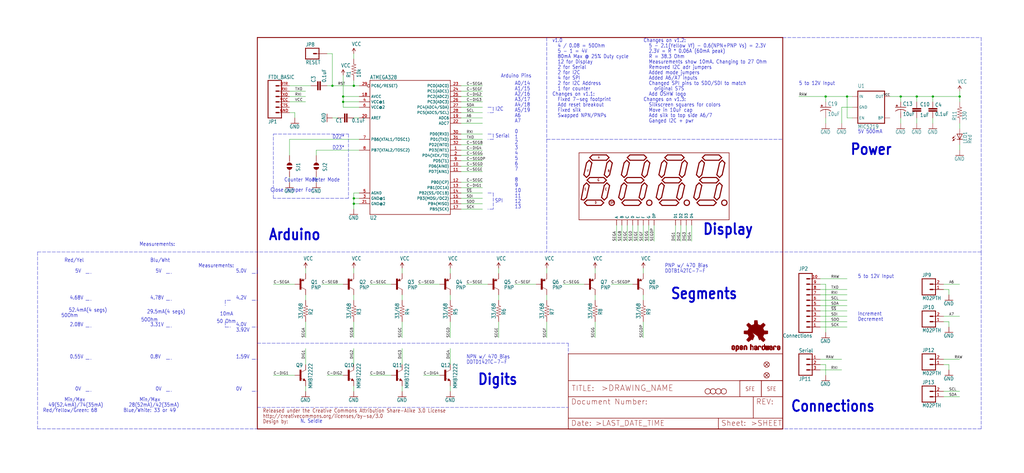
<source format=kicad_sch>
(kicad_sch (version 20211123) (generator eeschema)
  (paper "User" 485.14 224.18)
  (lib_symbols
    (symbol "eagleSchem-eagle-import:3.3V" (power)
      (property "Value" "3.3V" (at -1.016 3.556 0))
      (symbol "3.3V_1_0"
        (pin power_in line (at 0 0 90) (length 2.54) (name "3.3V") (number "1"))
      )
    )
    (symbol "eagleSchem-eagle-import:7-SEGMENT-4DIGIT-COUNTERPTH"
      (symbol "7-SEGMENT-4DIGIT-COUNTERPTH_1_0"
        (text "A" (at -26.654 13.732 0) (effects (font (size 1.016 0.8636) (thickness 0.1727) bold) (justify left bottom)))
        (text "B" (at -22.082 7.382 0) (effects (font (size 1.016 0.8636) (thickness 0.1727) bold) (justify left bottom)))
        (text "C" (at -23.352 -1.318 0) (effects (font (size 1.016 0.8636) (thickness 0.1727) bold) (justify left bottom)))
        (text "D" (at -28.194 -7.668 0) (effects (font (size 1.016 0.8636) (thickness 0.1727) bold) (justify left bottom)))
        (text "DP" (at -20.812 -7.668 0) (effects (font (size 1.016 0.8636) (thickness 0.1727) bold) (justify left bottom)))
        (text "E" (at -33.02 -1.318 0) (effects (font (size 1.016 0.8636) (thickness 0.1727) bold) (justify left bottom)))
        (text "F" (at -31.75 7.382 0) (effects (font (size 1.016 0.8636) (thickness 0.1727) bold) (justify left bottom)))
        (text "G" (at -26.924 3.032 0) (effects (font (size 1.016 0.8636) (thickness 0.1727) bold) (justify left bottom)))
        (pin bidirectional line (at -7.62 -17.78 90) (length 2.54) (name "E") (number "1"))
        (pin bidirectional line (at -5.08 -17.78 90) (length 2.54) (name "F") (number "10"))
        (pin bidirectional line (at -17.78 -17.78 90) (length 2.54) (name "A") (number "11"))
        (pin bidirectional line (at 10.16 -17.78 90) (length 2.54) (name "D1") (number "12"))
        (pin bidirectional line (at -10.16 -17.78 90) (length 2.54) (name "D") (number "2"))
        (pin bidirectional line (at 0 -17.78 90) (length 2.54) (name "DP") (number "3"))
        (pin bidirectional line (at -12.7 -17.78 90) (length 2.54) (name "C") (number "4"))
        (pin bidirectional line (at -2.54 -17.78 90) (length 2.54) (name "G") (number "5"))
        (pin bidirectional line (at 17.78 -17.78 90) (length 2.54) (name "D4") (number "6"))
        (pin bidirectional line (at -15.24 -17.78 90) (length 2.54) (name "B") (number "7"))
        (pin bidirectional line (at 15.24 -17.78 90) (length 2.54) (name "D3") (number "8"))
        (pin bidirectional line (at 12.7 -17.78 90) (length 2.54) (name "D2") (number "9"))
      )
    )
    (symbol "eagleSchem-eagle-import:ATMEGA168"
      (property "Reference" "U" (at -17.78 -38.1 0))
      (property "Value" "ATMEGA168" (at -17.78 28.448 0))
      (symbol "ATMEGA168_1_0"
        (pin bidirectional line (at 25.4 -5.08 180) (length 5.08) (name "PD3(INT1)") (number "1"))
        (pin bidirectional line (at 25.4 -12.7 180) (length 5.08) (name "PD6(AIN0)") (number "10"))
        (pin bidirectional line (at 25.4 -15.24 180) (length 5.08) (name "PD7(AIN1)") (number "11"))
        (pin bidirectional line (at 25.4 -20.32 180) (length 5.08) (name "PB0(ICP)") (number "12"))
        (pin bidirectional line (at 25.4 -22.86 180) (length 5.08) (name "PB1(OC1A)") (number "13"))
        (pin bidirectional line (at 25.4 -25.4 180) (length 5.08) (name "PB2(SS/OC1B)") (number "14"))
        (pin bidirectional line (at 25.4 -27.94 180) (length 5.08) (name "PB3(MOSI/OC2)") (number "15"))
        (pin bidirectional line (at 25.4 -30.48 180) (length 5.08) (name "PB4(MISO)") (number "16"))
        (pin bidirectional line (at 25.4 -33.02 180) (length 5.08) (name "PB5(SCK)") (number "17"))
        (pin bidirectional line (at -22.86 20.32 0) (length 5.08) (name "AVCC") (number "18"))
        (pin bidirectional line (at 25.4 10.16 180) (length 5.08) (name "ADC6") (number "19"))
        (pin bidirectional line (at 25.4 -7.62 180) (length 5.08) (name "PD4(XCK/T0)") (number "2"))
        (pin bidirectional line (at -22.86 10.16 0) (length 5.08) (name "AREF") (number "20"))
        (pin bidirectional line (at -22.86 -30.48 0) (length 5.08) (name "GND@2") (number "21"))
        (pin bidirectional line (at 25.4 7.62 180) (length 5.08) (name "ADC7") (number "22"))
        (pin bidirectional line (at 25.4 25.4 180) (length 5.08) (name "PC0(ADC0)") (number "23"))
        (pin bidirectional line (at 25.4 22.86 180) (length 5.08) (name "PC1(ADC1)") (number "24"))
        (pin bidirectional line (at 25.4 20.32 180) (length 5.08) (name "PC2(ADC2)") (number "25"))
        (pin bidirectional line (at 25.4 17.78 180) (length 5.08) (name "PC3(ADC3)") (number "26"))
        (pin bidirectional line (at 25.4 15.24 180) (length 5.08) (name "PC4(ADC4/SDA)") (number "27"))
        (pin bidirectional line (at 25.4 12.7 180) (length 5.08) (name "PC5(ADC5/SCL)") (number "28"))
        (pin bidirectional inverted (at -22.86 25.4 0) (length 5.08) (name "PC6(/RESET)") (number "29"))
        (pin bidirectional line (at -22.86 -27.94 0) (length 5.08) (name "GND@1") (number "3"))
        (pin bidirectional line (at 25.4 2.54 180) (length 5.08) (name "PD0(RXD)") (number "30"))
        (pin bidirectional line (at 25.4 0 180) (length 5.08) (name "PD1(TXD)") (number "31"))
        (pin bidirectional line (at 25.4 -2.54 180) (length 5.08) (name "PD2(INT0)") (number "32"))
        (pin bidirectional line (at -22.86 17.78 0) (length 5.08) (name "VCC@1") (number "4"))
        (pin bidirectional line (at -22.86 -25.4 0) (length 5.08) (name "AGND") (number "5"))
        (pin bidirectional line (at -22.86 15.24 0) (length 5.08) (name "VCC@2") (number "6"))
        (pin bidirectional line (at -22.86 0 0) (length 5.08) (name "PB6(XTAL1/TOSC1)") (number "7"))
        (pin bidirectional line (at -22.86 -5.08 0) (length 5.08) (name "PB7(XTAL2/TOSC2)") (number "8"))
        (pin bidirectional line (at 25.4 -10.16 180) (length 5.08) (name "PD5(T1)") (number "9"))
      )
    )
    (symbol "eagleSchem-eagle-import:CAP0402-CAP"
      (property "Reference" "C" (at 1.524 2.921 0))
      (property "Value" "CAP0402-CAP" (at 1.524 -2.159 0))
      (symbol "CAP0402-CAP_1_0"
        (pin passive line (at 0 5.08 270) (length 2.54) (name "1") (number "1"))
        (pin passive line (at 0 -2.54 90) (length 2.54) (name "2") (number "2"))
      )
    )
    (symbol "eagleSchem-eagle-import:CAP_POL1206"
      (property "Reference" "C" (at 1.016 0.635 0))
      (property "Value" "CAP_POL1206" (at 1.016 -4.191 0))
      (symbol "CAP_POL1206_1_0"
        (pin passive line (at 0 2.54 270) (length 2.54) (name "+") (number "A"))
        (pin passive line (at 0 -5.08 90) (length 2.54) (name "-") (number "C"))
      )
    )
    (symbol "eagleSchem-eagle-import:CREATIVE_COMMONS"
      (symbol "CREATIVE_COMMONS_1_0"
        (text "Design by:" (at 0 0 0) (effects (font (size 1.778 1.5113)) (justify left bottom)))
        (text "http://creativecommons.org/licenses/by-sa/3.0" (at 0 2.54 0) (effects (font (size 1.778 1.5113)) (justify left bottom)))
        (text "Released under the Creative Commons Attribution Share-Alike 3.0 License" (at 0 5.08 0) (effects (font (size 1.778 1.5113)) (justify left bottom)))
      )
    )
    (symbol "eagleSchem-eagle-import:FIDUCIALUFIDUCIAL")
    (symbol "eagleSchem-eagle-import:FRAME-LETTER"
      (symbol "FRAME-LETTER_2_0"
        (text ">DRAWING_NAME" (at 15.494 17.78 0) (effects (font (size 2.7432 2.7432)) (justify left bottom)))
        (text ">LAST_DATE_TIME" (at 12.7 1.27 0) (effects (font (size 2.54 2.54)) (justify left bottom)))
        (text ">SHEET" (at 86.36 1.27 0) (effects (font (size 2.54 2.54)) (justify left bottom)))
        (text "Date:" (at 1.27 1.27 0) (effects (font (size 2.54 2.54)) (justify left bottom)))
        (text "Document Number:" (at 1.27 11.43 0) (effects (font (size 2.54 2.54)) (justify left bottom)))
        (text "REV:" (at 88.9 11.43 0) (effects (font (size 2.54 2.54)) (justify left bottom)))
        (text "Sheet:" (at 72.39 1.27 0) (effects (font (size 2.54 2.54)) (justify left bottom)))
        (text "TITLE:" (at 1.524 17.78 0) (effects (font (size 2.54 2.54)) (justify left bottom)))
      )
    )
    (symbol "eagleSchem-eagle-import:FTDI_BASICPTH"
      (property "Reference" "JP" (at -5.08 10.922 0))
      (property "Value" "FTDI_BASICPTH" (at -5.08 -10.16 0))
      (symbol "FTDI_BASICPTH_1_0"
        (pin passive line (at 5.08 5.08 180) (length 5.08) (name "5") (number "CTS"))
        (pin passive line (at 5.08 -5.08 180) (length 5.08) (name "1") (number "DTR"))
        (pin passive line (at 5.08 7.62 180) (length 5.08) (name "6") (number "GND"))
        (pin passive line (at 5.08 -2.54 180) (length 5.08) (name "2") (number "RXI"))
        (pin passive line (at 5.08 0 180) (length 5.08) (name "3") (number "TXO"))
        (pin passive line (at 5.08 2.54 180) (length 5.08) (name "4") (number "VCC"))
      )
    )
    (symbol "eagleSchem-eagle-import:GND" (power)
      (property "Value" "GND" (at -2.54 -2.54 0))
      (symbol "GND_1_0"
        (pin power_in line (at 0 2.54 270) (length 2.54) (name "GND") (number "1"))
      )
    )
    (symbol "eagleSchem-eagle-import:LED0603"
      (property "Reference" "LED" (at 3.556 -4.572 90))
      (property "Value" "LED0603" (at 5.715 -4.572 90))
      (symbol "LED0603_1_0"
        (pin passive line (at 0 2.54 270) (length 2.54) (name "A") (number "A"))
        (pin passive line (at 0 -5.08 90) (length 2.54) (name "C") (number "C"))
      )
    )
    (symbol "eagleSchem-eagle-import:LOGO-SFENW2"
      (symbol "LOGO-SFENW2_1_0"
        (text "SFE" (at 0 0 0) (effects (font (size 1.9304 1.6408)) (justify left bottom)))
      )
    )
    (symbol "eagleSchem-eagle-import:LOGO-SFESK"
      (symbol "LOGO-SFESK_1_0"
        (text "SFE" (at 0 0 0) (effects (font (size 1.9304 1.6408)) (justify left bottom)))
      )
    )
    (symbol "eagleSchem-eagle-import:M01PTH"
      (property "Reference" "JP" (at -2.54 3.302 0))
      (property "Value" "M01PTH" (at -2.54 -5.08 0))
      (symbol "M01PTH_1_0"
        (pin passive line (at 7.62 0 180) (length 5.08) (name "1") (number "1"))
      )
    )
    (symbol "eagleSchem-eagle-import:M02PTH"
      (property "Reference" "JP" (at -2.54 5.842 0))
      (property "Value" "M02PTH" (at -2.54 -5.08 0))
      (symbol "M02PTH_1_0"
        (pin passive line (at 7.62 0 180) (length 5.08) (name "1") (number "1"))
        (pin passive line (at 7.62 2.54 180) (length 5.08) (name "2") (number "2"))
      )
    )
    (symbol "eagleSchem-eagle-import:M03JST-PTH"
      (property "Reference" "JP" (at -2.54 5.842 0))
      (property "Value" "M03JST-PTH" (at -2.54 -7.62 0))
      (symbol "M03JST-PTH_1_0"
        (pin passive line (at 7.62 -2.54 180) (length 5.08) (name "1") (number "1"))
        (pin passive line (at 7.62 0 180) (length 5.08) (name "2") (number "2"))
        (pin passive line (at 7.62 2.54 180) (length 5.08) (name "3") (number "3"))
      )
    )
    (symbol "eagleSchem-eagle-import:M10{dblquote}"
      (property "Reference" "JP" (at 0 8.89 0))
      (property "Value" "M10{dblquote}" (at 0 -22.86 0))
      (symbol "M10{dblquote}_1_0"
        (pin passive line (at 10.16 -17.78 180) (length 5.08) (name "1") (number "1"))
        (pin passive line (at 10.16 5.08 180) (length 5.08) (name "10") (number "10"))
        (pin passive line (at 10.16 -15.24 180) (length 5.08) (name "2") (number "2"))
        (pin passive line (at 10.16 -12.7 180) (length 5.08) (name "3") (number "3"))
        (pin passive line (at 10.16 -10.16 180) (length 5.08) (name "4") (number "4"))
        (pin passive line (at 10.16 -7.62 180) (length 5.08) (name "5") (number "5"))
        (pin passive line (at 10.16 -5.08 180) (length 5.08) (name "6") (number "6"))
        (pin passive line (at 10.16 -2.54 180) (length 5.08) (name "7") (number "7"))
        (pin passive line (at 10.16 0 180) (length 5.08) (name "8") (number "8"))
        (pin passive line (at 10.16 2.54 180) (length 5.08) (name "9") (number "9"))
      )
    )
    (symbol "eagleSchem-eagle-import:OSHW-LOGOS")
    (symbol "eagleSchem-eagle-import:RESISTOR0402-RES"
      (property "Reference" "R" (at -3.81 1.4986 0))
      (property "Value" "RESISTOR0402-RES" (at -3.81 -3.302 0))
      (symbol "RESISTOR0402-RES_1_0"
        (pin passive line (at -5.08 0 0) (length 2.54) (name "1") (number "1"))
        (pin passive line (at 5.08 0 180) (length 2.54) (name "2") (number "2"))
      )
    )
    (symbol "eagleSchem-eagle-import:SOLDERJUMPERNO"
      (property "Reference" "SJ" (at -2.54 2.54 0))
      (property "Value" "SOLDERJUMPERNO" (at -2.54 -5.08 0))
      (symbol "SOLDERJUMPERNO_1_0"
        (pin passive line (at -5.08 0 0) (length 2.54) (name "1") (number "1"))
        (pin passive line (at 5.08 0 180) (length 2.54) (name "2") (number "2"))
      )
    )
    (symbol "eagleSchem-eagle-import:STAND-OFF")
    (symbol "eagleSchem-eagle-import:TRANSISTOR_NPNSOT23-3"
      (property "Reference" "Q" (at 5.08 0 0))
      (property "Value" "TRANSISTOR_NPNSOT23-3" (at 5.08 -2.54 0))
      (symbol "TRANSISTOR_NPNSOT23-3_1_0"
        (pin passive line (at -2.54 0 0) (length 2.54) (name "B") (number "1"))
        (pin passive line (at 2.54 -5.08 90) (length 2.54) (name "E") (number "2"))
        (pin passive line (at 2.54 5.08 270) (length 2.54) (name "C") (number "3"))
      )
    )
    (symbol "eagleSchem-eagle-import:TRANSISTOR_PNPSMD"
      (property "Reference" "Q" (at 5.08 0 0))
      (property "Value" "TRANSISTOR_PNPSMD" (at 5.08 -2.54 0))
      (symbol "TRANSISTOR_PNPSMD_1_0"
        (pin passive line (at -2.54 0 0) (length 2.54) (name "B") (number "1"))
        (pin passive line (at 2.54 5.08 270) (length 2.54) (name "E") (number "2"))
        (pin passive line (at 2.54 -5.08 90) (length 2.54) (name "C") (number "3"))
      )
    )
    (symbol "eagleSchem-eagle-import:VCC" (power)
      (property "Value" "VCC" (at -1.016 3.556 0))
      (symbol "VCC_1_0"
        (pin power_in line (at 0 0 90) (length 2.54) (name "VCC") (number "1"))
      )
    )
    (symbol "eagleSchem-eagle-import:V_REG_LDOSMD"
      (property "Reference" "U" (at -7.62 9.144 0))
      (property "Value" "V_REG_LDOSMD" (at -7.62 -11.43 0))
      (symbol "V_REG_LDOSMD_1_0"
        (pin input line (at -10.16 5.08 0) (length 2.54) (name "IN") (number "1"))
        (pin input line (at -10.16 0 0) (length 2.54) (name "GND") (number "2"))
        (pin input line (at -10.16 -5.08 0) (length 2.54) (name "EN") (number "3"))
        (pin input line (at 7.62 -5.08 180) (length 2.54) (name "BP") (number "4"))
        (pin passive line (at 7.62 5.08 180) (length 2.54) (name "OUT") (number "5"))
      )
    )
  )
  (junction (at 162.56 48.26))
  (junction (at 167.64 96.52))
  (junction (at 391.16 45.72))
  (junction (at 167.64 40.64))
  (junction (at 157.48 40.64))
  (junction (at 167.64 93.98))
  (junction (at 441.96 45.72))
  (junction (at 401.32 45.72))
  (junction (at 162.56 45.72))
  (junction (at 434.34 45.72))
  (junction (at 454.66 45.72))
  (junction (at 426.72 45.72))
  (wire (pts (xy 154.94 40.64) (xy 157.48 40.64)))
  (wire (pts (xy 388.62 132.08) (xy 401.32 132.08)))
  (wire (pts (xy 327.66 106.68) (xy 327.66 114.3)))
  (wire (pts (xy 218.44 93.98) (xy 228.6 93.98)))
  (wire (pts (xy 236.22 127) (xy 236.22 129.54)))
  (wire (pts (xy 218.44 43.18) (xy 228.6 43.18)))
  (wire (pts (xy 254 134.62) (xy 243.84 134.62)))
  (wire (pts (xy 299.72 134.62) (xy 289.56 134.62)))
  (wire (pts (xy 218.44 91.44) (xy 228.6 91.44)))
  (polyline (pts (xy 40.64 185.42) (xy 43.18 185.42)))
  (polyline (pts (xy 106.68 152.4) (xy 106.68 154.94)))
  (wire (pts (xy 388.62 139.7) (xy 401.32 139.7)))
  (polyline (pts (xy 233.68 50.8) (xy 233.68 53.34)))
  (polyline (pts (xy 165.1 63.5) (xy 165.1 93.98)))
  (wire (pts (xy 304.8 139.7) (xy 304.8 142.24)))
  (wire (pts (xy 434.34 58.42) (xy 434.34 55.88)))
  (wire (pts (xy 162.56 177.8) (xy 154.94 177.8)))
  (wire (pts (xy 157.48 55.88) (xy 160.02 55.88)))
  (wire (pts (xy 388.62 172.72) (xy 391.16 172.72)))
  (wire (pts (xy 299.72 106.68) (xy 299.72 114.3)))
  (polyline (pts (xy 129.54 93.98) (xy 129.54 63.5)))
  (wire (pts (xy 447.04 149.86) (xy 454.66 149.86)))
  (wire (pts (xy 391.16 172.72) (xy 391.16 177.8)))
  (wire (pts (xy 322.58 106.68) (xy 322.58 114.3)))
  (wire (pts (xy 281.94 152.4) (xy 281.94 160.02)))
  (wire (pts (xy 259.08 127) (xy 259.08 129.54)))
  (polyline (pts (xy 40.64 142.24) (xy 43.18 142.24)))
  (wire (pts (xy 157.48 25.4) (xy 154.94 25.4)))
  (wire (pts (xy 208.28 177.8) (xy 200.66 177.8)))
  (wire (pts (xy 391.16 48.26) (xy 391.16 45.72)))
  (wire (pts (xy 157.48 40.64) (xy 157.48 25.4)))
  (wire (pts (xy 157.48 40.64) (xy 167.64 40.64)))
  (wire (pts (xy 304.8 106.68) (xy 304.8 114.3)))
  (wire (pts (xy 218.44 66.04) (xy 228.6 66.04)))
  (wire (pts (xy 304.8 152.4) (xy 304.8 160.02)))
  (wire (pts (xy 213.36 127) (xy 213.36 129.54)))
  (wire (pts (xy 218.44 99.06) (xy 228.6 99.06)))
  (wire (pts (xy 434.34 45.72) (xy 434.34 48.26)))
  (wire (pts (xy 170.18 71.12) (xy 149.86 71.12)))
  (wire (pts (xy 213.36 185.42) (xy 213.36 182.88)))
  (wire (pts (xy 388.62 175.26) (xy 398.78 175.26)))
  (wire (pts (xy 391.16 58.42) (xy 391.16 55.88)))
  (polyline (pts (xy 17.78 119.38) (xy 259.08 119.38)))
  (polyline (pts (xy 464.82 17.78) (xy 464.82 119.38)))
  (wire (pts (xy 218.44 40.64) (xy 228.6 40.64)))
  (wire (pts (xy 167.64 55.88) (xy 170.18 55.88)))
  (wire (pts (xy 454.66 45.72) (xy 454.66 48.26)))
  (polyline (pts (xy 17.78 203.2) (xy 121.92 203.2)))
  (wire (pts (xy 434.34 45.72) (xy 441.96 45.72)))
  (wire (pts (xy 170.18 91.44) (xy 167.64 91.44)))
  (wire (pts (xy 144.78 185.42) (xy 144.78 182.88)))
  (wire (pts (xy 236.22 152.4) (xy 236.22 160.02)))
  (wire (pts (xy 167.64 127) (xy 167.64 129.54)))
  (wire (pts (xy 190.5 185.42) (xy 190.5 182.88)))
  (wire (pts (xy 388.62 134.62) (xy 391.16 134.62)))
  (polyline (pts (xy 233.68 66.04) (xy 231.14 66.04)))
  (polyline (pts (xy 233.68 53.34) (xy 231.14 53.34)))
  (wire (pts (xy 137.16 86.36) (xy 137.16 83.82)))
  (wire (pts (xy 401.32 45.72) (xy 403.86 45.72)))
  (wire (pts (xy 170.18 66.04) (xy 137.16 66.04)))
  (polyline (pts (xy 106.68 154.94) (xy 109.22 154.94)))
  (wire (pts (xy 391.16 134.62) (xy 391.16 157.48)))
  (wire (pts (xy 449.58 137.16) (xy 449.58 139.7)))
  (polyline (pts (xy 121.92 193.04) (xy 269.24 193.04)))
  (wire (pts (xy 137.16 53.34) (xy 139.7 53.34)))
  (polyline (pts (xy 231.14 50.8) (xy 233.68 50.8)))
  (wire (pts (xy 447.04 185.42) (xy 454.66 185.42)))
  (wire (pts (xy 213.36 139.7) (xy 213.36 142.24)))
  (wire (pts (xy 213.36 152.4) (xy 213.36 160.02)))
  (wire (pts (xy 162.56 134.62) (xy 152.4 134.62)))
  (polyline (pts (xy 119.38 154.94) (xy 121.92 154.94)))
  (polyline (pts (xy 269.24 162.56) (xy 269.24 167.64)))
  (wire (pts (xy 454.66 60.96) (xy 454.66 58.42)))
  (wire (pts (xy 167.64 172.72) (xy 167.64 165.1)))
  (wire (pts (xy 218.44 50.8) (xy 228.6 50.8)))
  (polyline (pts (xy 259.08 66.04) (xy 259.08 119.38)))
  (polyline (pts (xy 78.74 185.42) (xy 81.28 185.42)))
  (wire (pts (xy 231.14 134.62) (xy 220.98 134.62)))
  (polyline (pts (xy 464.82 203.2) (xy 370.84 203.2)))
  (wire (pts (xy 388.62 149.86) (xy 401.32 149.86)))
  (wire (pts (xy 304.8 127) (xy 304.8 129.54)))
  (wire (pts (xy 447.04 137.16) (xy 449.58 137.16)))
  (wire (pts (xy 167.64 182.88) (xy 167.64 185.42)))
  (wire (pts (xy 144.78 152.4) (xy 144.78 160.02)))
  (wire (pts (xy 325.12 106.68) (xy 325.12 114.3)))
  (wire (pts (xy 167.64 152.4) (xy 167.64 160.02)))
  (polyline (pts (xy 106.68 142.24) (xy 106.68 144.78)))
  (wire (pts (xy 281.94 127) (xy 281.94 129.54)))
  (wire (pts (xy 449.58 172.72) (xy 449.58 175.26)))
  (wire (pts (xy 167.64 40.64) (xy 170.18 40.64)))
  (polyline (pts (xy 78.74 154.94) (xy 81.28 154.94)))
  (wire (pts (xy 170.18 96.52) (xy 167.64 96.52)))
  (wire (pts (xy 139.7 177.8) (xy 129.54 177.8)))
  (polyline (pts (xy 78.74 142.24) (xy 81.28 142.24)))
  (polyline (pts (xy 119.38 185.42) (xy 121.92 185.42)))
  (wire (pts (xy 447.04 134.62) (xy 454.66 134.62)))
  (wire (pts (xy 170.18 93.98) (xy 167.64 93.98)))
  (wire (pts (xy 421.64 45.72) (xy 426.72 45.72)))
  (wire (pts (xy 388.62 154.94) (xy 401.32 154.94)))
  (wire (pts (xy 139.7 134.62) (xy 129.54 134.62)))
  (wire (pts (xy 218.44 88.9) (xy 228.6 88.9)))
  (polyline (pts (xy 129.54 63.5) (xy 165.1 63.5)))
  (wire (pts (xy 167.64 25.4) (xy 167.64 27.94)))
  (wire (pts (xy 426.72 45.72) (xy 426.72 48.26)))
  (wire (pts (xy 139.7 53.34) (xy 139.7 55.88)))
  (wire (pts (xy 137.16 48.26) (xy 144.78 48.26)))
  (wire (pts (xy 447.04 152.4) (xy 449.58 152.4)))
  (polyline (pts (xy 370.84 17.78) (xy 464.82 17.78)))
  (wire (pts (xy 213.36 172.72) (xy 213.36 165.1)))
  (wire (pts (xy 309.88 106.68) (xy 309.88 114.3)))
  (wire (pts (xy 190.5 127) (xy 190.5 129.54)))
  (polyline (pts (xy 40.64 129.54) (xy 43.18 129.54)))
  (polyline (pts (xy 464.82 119.38) (xy 259.08 119.38)))
  (wire (pts (xy 218.44 53.34) (xy 228.6 53.34)))
  (polyline (pts (xy 121.92 162.56) (xy 269.24 162.56)))
  (wire (pts (xy 403.86 55.88) (xy 401.32 55.88)))
  (wire (pts (xy 441.96 45.72) (xy 454.66 45.72)))
  (wire (pts (xy 276.86 134.62) (xy 266.7 134.62)))
  (wire (pts (xy 449.58 152.4) (xy 449.58 154.94)))
  (wire (pts (xy 137.16 40.64) (xy 147.32 40.64)))
  (wire (pts (xy 190.5 152.4) (xy 190.5 160.02)))
  (polyline (pts (xy 17.78 119.38) (xy 17.78 203.2)))
  (polyline (pts (xy 121.92 129.54) (xy 121.92 127)))
  (wire (pts (xy 294.64 106.68) (xy 294.64 114.3)))
  (wire (pts (xy 218.44 63.5) (xy 228.6 63.5)))
  (wire (pts (xy 388.62 137.16) (xy 401.32 137.16)))
  (polyline (pts (xy 78.74 129.54) (xy 81.28 129.54)))
  (wire (pts (xy 401.32 55.88) (xy 401.32 45.72)))
  (wire (pts (xy 297.18 106.68) (xy 297.18 114.3)))
  (wire (pts (xy 236.22 139.7) (xy 236.22 142.24)))
  (wire (pts (xy 218.44 68.58) (xy 228.6 68.58)))
  (wire (pts (xy 447.04 172.72) (xy 449.58 172.72)))
  (wire (pts (xy 144.78 129.54) (xy 144.78 127)))
  (polyline (pts (xy 259.08 66.04) (xy 370.84 66.04)))
  (wire (pts (xy 388.62 170.18) (xy 398.78 170.18)))
  (polyline (pts (xy 231.14 63.5) (xy 233.68 63.5)))
  (polyline (pts (xy 233.68 63.5) (xy 233.68 66.04)))
  (wire (pts (xy 167.64 139.7) (xy 167.64 142.24)))
  (wire (pts (xy 391.16 45.72) (xy 401.32 45.72)))
  (wire (pts (xy 149.86 71.12) (xy 149.86 73.66)))
  (wire (pts (xy 447.04 187.96) (xy 454.66 187.96)))
  (polyline (pts (xy 231.14 91.44) (xy 233.68 91.44)))
  (wire (pts (xy 388.62 147.32) (xy 401.32 147.32)))
  (wire (pts (xy 218.44 96.52) (xy 228.6 96.52)))
  (wire (pts (xy 137.16 45.72) (xy 144.78 45.72)))
  (wire (pts (xy 162.56 45.72) (xy 162.56 35.56)))
  (wire (pts (xy 170.18 45.72) (xy 162.56 45.72)))
  (wire (pts (xy 426.72 45.72) (xy 434.34 45.72)))
  (polyline (pts (xy 119.38 170.18) (xy 121.92 170.18)))
  (wire (pts (xy 388.62 144.78) (xy 401.32 144.78)))
  (wire (pts (xy 218.44 71.12) (xy 228.6 71.12)))
  (wire (pts (xy 281.94 139.7) (xy 281.94 142.24)))
  (wire (pts (xy 441.96 58.42) (xy 441.96 55.88)))
  (polyline (pts (xy 233.68 99.06) (xy 231.14 99.06)))
  (wire (pts (xy 218.44 58.42) (xy 228.6 58.42)))
  (polyline (pts (xy 40.64 154.94) (xy 43.18 154.94)))
  (wire (pts (xy 167.64 93.98) (xy 167.64 96.52)))
  (wire (pts (xy 218.44 78.74) (xy 228.6 78.74)))
  (wire (pts (xy 218.44 45.72) (xy 228.6 45.72)))
  (wire (pts (xy 403.86 50.8) (xy 398.78 50.8)))
  (wire (pts (xy 259.08 152.4) (xy 259.08 160.02)))
  (wire (pts (xy 167.64 96.52) (xy 167.64 99.06)))
  (polyline (pts (xy 119.38 129.54) (xy 121.92 129.54)))
  (wire (pts (xy 162.56 48.26) (xy 162.56 45.72)))
  (polyline (pts (xy 165.1 93.98) (xy 129.54 93.98)))
  (polyline (pts (xy 109.22 142.24) (xy 106.68 142.24)))
  (wire (pts (xy 426.72 58.42) (xy 426.72 55.88)))
  (wire (pts (xy 170.18 48.26) (xy 162.56 48.26)))
  (wire (pts (xy 149.86 86.36) (xy 149.86 83.82)))
  (polyline (pts (xy 119.38 142.24) (xy 121.92 142.24)))
  (wire (pts (xy 218.44 48.26) (xy 228.6 48.26)))
  (polyline (pts (xy 464.82 119.38) (xy 464.82 203.2)))
  (wire (pts (xy 208.28 134.62) (xy 198.12 134.62)))
  (wire (pts (xy 320.04 106.68) (xy 320.04 114.3)))
  (wire (pts (xy 144.78 142.24) (xy 144.78 139.7)))
  (wire (pts (xy 185.42 134.62) (xy 175.26 134.62)))
  (wire (pts (xy 302.26 106.68) (xy 302.26 114.3)))
  (wire (pts (xy 218.44 76.2) (xy 228.6 76.2)))
  (wire (pts (xy 218.44 55.88) (xy 228.6 55.88)))
  (wire (pts (xy 190.5 142.24) (xy 190.5 139.7)))
  (polyline (pts (xy 40.64 170.18) (xy 43.18 170.18)))
  (wire (pts (xy 454.66 45.72) (xy 454.66 43.18)))
  (wire (pts (xy 137.16 43.18) (xy 144.78 43.18)))
  (wire (pts (xy 307.34 106.68) (xy 307.34 114.3)))
  (wire (pts (xy 388.62 152.4) (xy 401.32 152.4)))
  (wire (pts (xy 218.44 81.28) (xy 228.6 81.28)))
  (wire (pts (xy 391.16 45.72) (xy 378.46 45.72)))
  (wire (pts (xy 388.62 142.24) (xy 401.32 142.24)))
  (polyline (pts (xy 259.08 17.78) (xy 259.08 66.04)))
  (wire (pts (xy 167.64 91.44) (xy 167.64 93.98)))
  (polyline (pts (xy 78.74 170.18) (xy 81.28 170.18)))
  (polyline (pts (xy 233.68 91.44) (xy 233.68 99.06)))
  (wire (pts (xy 398.78 50.8) (xy 398.78 58.42)))
  (wire (pts (xy 137.16 66.04) (xy 137.16 73.66)))
  (wire (pts (xy 218.44 73.66) (xy 228.6 73.66)))
  (wire (pts (xy 185.42 177.8) (xy 175.26 177.8)))
  (wire (pts (xy 447.04 170.18) (xy 454.66 170.18)))
  (wire (pts (xy 218.44 86.36) (xy 228.6 86.36)))
  (wire (pts (xy 162.56 50.8) (xy 162.56 48.26)))
  (wire (pts (xy 170.18 50.8) (xy 162.56 50.8)))
  (wire (pts (xy 454.66 71.12) (xy 454.66 68.58)))
  (wire (pts (xy 259.08 139.7) (xy 259.08 142.24)))
  (wire (pts (xy 167.64 38.1) (xy 167.64 40.64)))
  (wire (pts (xy 144.78 172.72) (xy 144.78 165.1)))
  (wire (pts (xy 292.1 106.68) (xy 292.1 114.3)))
  (wire (pts (xy 441.96 48.26) (xy 441.96 45.72)))
  (wire (pts (xy 190.5 172.72) (xy 190.5 165.1)))
  (text "5 to 12V Input" (at 378.46 40.64 180) (effects (font (size 1.778 1.5113)) (justify left bottom)))
  (text "Move in 10uF cap" (at 307.34 53.34 180) (effects (font (size 1.778 1.5113)) (justify left bottom)))
  (text "Min/Max" (at 66.04 190.5 180) (effects (font (size 1.778 1.5113)) (justify left bottom)))
  (text "A3/17" (at 243.84 48.26 180) (effects (font (size 1.778 1.5113)) (justify left bottom)))
  (text "A5/19" (at 243.84 53.34 180) (effects (font (size 1.778 1.5113)) (justify left bottom)))
  (text "Changes on v1.2:" (at 304.8 20.32 180) (effects (font (size 1.778 1.5113)) (justify left bottom)))
  (text "Counter Mode" (at 134.62 86.36 180) (effects (font (size 1.778 1.5113)) (justify left bottom)))
  (text "4 for SPI" (at 264.16 38.1 180) (effects (font (size 1.778 1.5113)) (justify left bottom)))
  (text "Close Jumper For:" (at 128.016 91.186 180) (effects (font (size 1.778 1.5113)) (justify left bottom)))
  (text "DDTD142TC-7-F" (at 220.98 172.72 180) (effects (font (size 1.778 1.5113)) (justify left bottom)))
  (text "PNP w/ 470 Bias" (at 314.96 127 180) (effects (font (size 1.778 1.5113)) (justify left bottom)))
  (text "80mA Max @ 25% Duty cycle" (at 264.16 27.94 180) (effects (font (size 1.778 1.5113)) (justify left bottom)))
  (text "2.3V = R * 0.06A (60mA peak)" (at 307.34 25.4 180) (effects (font (size 1.778 1.5113)) (justify left bottom)))
  (text "Changes on v1.1:" (at 261.62 45.72 180) (effects (font (size 1.778 1.5113)) (justify left bottom)))
  (text "29.5mA(4 segs)" (at 69.596 148.844 180) (effects (font (size 1.778 1.5113)) (justify left bottom)))
  (text "2 for Serial" (at 264.16 33.02 180) (effects (font (size 1.778 1.5113)) (justify left bottom)))
  (text "1 for counter" (at 264.16 43.18 180) (effects (font (size 1.778 1.5113)) (justify left bottom)))
  (text "1" (at 243.84 66.04 180) (effects (font (size 1.778 1.5113)) (justify left bottom)))
  (text "A7" (at 243.84 58.42 180) (effects (font (size 1.778 1.5113)) (justify left bottom)))
  (text "Blu/Wht" (at 71.12 124.46 180) (effects (font (size 1.778 1.5113)) (justify left bottom)))
  (text "5 to 12V Input" (at 406.4 132.08 180) (effects (font (size 1.778 1.5113)) (justify left bottom)))
  (text "Digits" (at 226.06 182.88 180) (effects (font (size 5.08 4.318) (thickness 0.8636) bold) (justify left bottom)))
  (text "Increment" (at 406.4 149.86 180) (effects (font (size 1.778 1.5113)) (justify left bottom)))
  (text "SPI" (at 234.442 96.266 180) (effects (font (size 1.778 1.5113)) (justify left bottom)))
  (text "50 Ohm" (at 102.616 153.416 180) (effects (font (size 1.778 1.5113)) (justify left bottom)))
  (text "5V" (at 73.66 129.54 180) (effects (font (size 1.778 1.5113)) (justify left bottom)))
  (text "Added A6/A7 inputs" (at 307.34 38.1 180) (effects (font (size 1.778 1.5113)) (justify left bottom)))
  (text "Add reset breakout" (at 264.16 50.8 180) (effects (font (size 1.778 1.5113)) (justify left bottom)))
  (text "0V" (at 35.56 185.42 180) (effects (font (size 1.778 1.5113)) (justify left bottom)))
  (text "2" (at 243.84 68.58 180) (effects (font (size 1.778 1.5113)) (justify left bottom)))
  (text "Serial" (at 234.696 65.532 180) (effects (font (size 1.778 1.5113)) (justify left bottom)))
  (text "10" (at 243.84 91.44 180) (effects (font (size 1.778 1.5113)) (justify left bottom)))
  (text "Fixed 7-seg footprint" (at 264.16 48.26 180) (effects (font (size 1.778 1.5113)) (justify left bottom)))
  (text "Added mode jumpers" (at 307.34 35.56 180) (effects (font (size 1.778 1.5113)) (justify left bottom)))
  (text "5 - 1 = 4V" (at 264.16 25.4 180) (effects (font (size 1.778 1.5113)) (justify left bottom)))
  (text "I2C" (at 234.696 52.832 180) (effects (font (size 1.778 1.5113)) (justify left bottom)))
  (text "4" (at 243.84 73.66 180) (effects (font (size 1.778 1.5113)) (justify left bottom)))
  (text "2 for I2C" (at 264.16 35.56 180) (effects (font (size 1.778 1.5113)) (justify left bottom)))
  (text "2 for I2C Address" (at 264.16 40.64 180) (effects (font (size 1.778 1.5113)) (justify left bottom)))
  (text "5.0V" (at 111.76 129.54 180) (effects (font (size 1.778 1.5113)) (justify left bottom)))
  (text "N. Seidle" (at 142.24 200.66 180) (effects (font (size 1.778 1.5113)) (justify left bottom)))
  (text "Meter Mode" (at 147.828 86.36 180) (effects (font (size 1.778 1.5113)) (justify left bottom)))
  (text "4.68V" (at 33.02 142.24 180) (effects (font (size 1.778 1.5113)) (justify left bottom)))
  (text "12" (at 243.84 96.52 180) (effects (font (size 1.778 1.5113)) (justify left bottom)))
  (text "5V" (at 35.56 129.54 180) (effects (font (size 1.778 1.5113)) (justify left bottom)))
  (text "50Ohm" (at 66.802 152.654 180) (effects (font (size 1.778 1.5113)) (justify left bottom)))
  (text "10mA" (at 104.14 149.86 180) (effects (font (size 1.778 1.5113)) (justify left bottom)))
  (text "0.55V" (at 33.02 170.18 180) (effects (font (size 1.778 1.5113)) (justify left bottom)))
  (text "A1/15" (at 243.84 43.18 180) (effects (font (size 1.778 1.5113)) (justify left bottom)))
  (text "Decrement" (at 406.4 152.4 180) (effects (font (size 1.778 1.5113)) (justify left bottom)))
  (text "v1.0" (at 261.62 20.32 180) (effects (font (size 1.778 1.5113)) (justify left bottom)))
  (text "Measurements:" (at 93.98 127 180) (effects (font (size 1.778 1.5113)) (justify left bottom)))
  (text "Min/Max" (at 30.48 190.5 180) (effects (font (size 1.778 1.5113)) (justify left bottom)))
  (text "Connections" (at 374.396 195.58 180) (effects (font (size 5.08 4.318) (thickness 0.8636) bold) (justify left bottom)))
  (text "3.31V" (at 71.12 154.94 180) (effects (font (size 1.778 1.5113)) (justify left bottom)))
  (text "8" (at 243.84 86.36 180) (effects (font (size 1.778 1.5113)) (justify left bottom)))
  (text "5V 500mA" (at 406.4 63.5 180) (effects (font (size 1.778 1.5113)) (justify left bottom)))
  (text "Add OSHW logo" (at 307.34 45.72 180) (effects (font (size 1.778 1.5113)) (justify left bottom)))
  (text "Display" (at 332.74 111.76 180) (effects (font (size 5.08 4.318) (thickness 0.8636) bold) (justify left bottom)))
  (text "Changed SPI pins to SDO/SDI to match" (at 307.34 40.64 180) (effects (font (size 1.778 1.5113)) (justify left bottom)))
  (text "Changes on v1.3:" (at 304.8 48.26 180) (effects (font (size 1.778 1.5113)) (justify left bottom)))
  (text "R = 38.3 Ohm" (at 307.34 27.94 180) (effects (font (size 1.778 1.5113)) (justify left bottom)))
  (text "13" (at 243.84 99.06 180) (effects (font (size 1.778 1.5113)) (justify left bottom)))
  (text "Segments" (at 317.5 142.24 180) (effects (font (size 5.08 4.318) (thickness 0.8636) bold) (justify left bottom)))
  (text "11" (at 243.84 93.98 180) (effects (font (size 1.778 1.5113)) (justify left bottom)))
  (text "0V" (at 73.66 185.42 180) (effects (font (size 1.778 1.5113)) (justify left bottom)))
  (text "Fixed silk" (at 264.16 53.34 180) (effects (font (size 1.778 1.5113)) (justify left bottom)))
  (text "A6" (at 243.84 55.88 180) (effects (font (size 1.778 1.5113)) (justify left bottom)))
  (text "DDTB142TC-7-F" (at 314.96 129.54 180) (effects (font (size 1.778 1.5113)) (justify left bottom)))
  (text "original S7S" (at 309.88 43.18 180) (effects (font (size 1.778 1.5113)) (justify left bottom)))
  (text "5 - 2.1(Yellow Vf) - 0.6(NPN+PNP Vs) = 2.3V" (at 307.34 22.86 180) (effects (font (size 1.778 1.5113)) (justify left bottom)))
  (text "9" (at 243.84 88.9 180) (effects (font (size 1.778 1.5113)) (justify left bottom)))
  (text "Red/Yellow/Green: 68" (at 20.32 195.58 180) (effects (font (size 1.778 1.5113)) (justify left bottom)))
  (text "0.8V" (at 71.12 170.18 180) (effects (font (size 1.778 1.5113)) (justify left bottom)))
  (text "1.59V" (at 111.76 170.18 180) (effects (font (size 1.778 1.5113)) (justify left bottom)))
  (text "50Ohm" (at 28.956 150.622 180) (effects (font (size 1.778 1.5113)) (justify left bottom)))
  (text "6" (at 243.84 78.74 180) (effects (font (size 1.778 1.5113)) (justify left bottom)))
  (text "0" (at 243.84 63.5 180) (effects (font (size 1.778 1.5113)) (justify left bottom)))
  (text "Measurements show 10mA. Changing to 27 Ohm" (at 307.34 30.48 180) (effects (font (size 1.778 1.5113)) (justify left bottom)))
  (text "3" (at 243.84 71.12 180) (effects (font (size 1.778 1.5113)) (justify left bottom)))
  (text "4.2V" (at 111.76 142.24 180) (effects (font (size 1.778 1.5113)) (justify left bottom)))
  (text "Add silk to top side A6/7" (at 307.34 55.88 180) (effects (font (size 1.778 1.5113)) (justify left bottom)))
  (text "D22*" (at 157.48 66.04 180) (effects (font (size 1.778 1.5113)) (justify left bottom)))
  (text "Arduino" (at 127 114.3 180) (effects (font (size 5.08 4.318) (thickness 0.8636) bold) (justify left bottom)))
  (text "A0/14" (at 243.84 40.64 180) (effects (font (size 1.778 1.5113)) (justify left bottom)))
  (text "Blue/White: 33 or 49" (at 58.42 195.58 180) (effects (font (size 1.778 1.5113)) (justify left bottom)))
  (text "Swapped NPN/PNPs" (at 264.16 55.88 180) (effects (font (size 1.778 1.5113)) (justify left bottom)))
  (text "4 / 0.08 = 50Ohm" (at 264.16 22.86 180) (effects (font (size 1.778 1.5113)) (justify left bottom)))
  (text "A2/16" (at 243.84 45.72 180) (effects (font (size 1.778 1.5113)) (justify left bottom)))
  (text "3.92V" (at 111.76 157.48 180) (effects (font (size 1.778 1.5113)) (justify left bottom)))
  (text "5" (at 243.84 76.2 180) (effects (font (size 1.778 1.5113)) (justify left bottom)))
  (text "0V" (at 111.76 185.42 180) (effects (font (size 1.778 1.5113)) (justify left bottom)))
  (text "7" (at 243.84 81.28 180) (effects (font (size 1.778 1.5113)) (justify left bottom)))
  (text "4.0V" (at 111.76 154.94 180) (effects (font (size 1.778 1.5113)) (justify left bottom)))
  (text "Power" (at 402.59 73.914 180) (effects (font (size 5.08 4.318) (thickness 0.8636) bold) (justify left bottom)))
  (text "Removed I2C adr jumpers" (at 307.34 33.02 180) (effects (font (size 1.778 1.5113)) (justify left bottom)))
  (text "Measurements:" (at 66.04 116.84 180) (effects (font (size 1.778 1.5113)) (justify left bottom)))
  (text "Ganged I2C + pwr" (at 307.34 58.42 180) (effects (font (size 1.778 1.5113)) (justify left bottom)))
  (text "Red/Yel" (at 30.48 124.46 180) (effects (font (size 1.778 1.5113)) (justify left bottom)))
  (text "12 for Display" (at 264.16 30.48 180) (effects (font (size 1.778 1.5113)) (justify left bottom)))
  (text "4.78V" (at 71.12 142.24 180) (effects (font (size 1.778 1.5113)) (justify left bottom)))
  (text "D23*" (at 157.48 71.12 180) (effects (font (size 1.778 1.5113)) (justify left bottom)))
  (text "A4/18" (at 243.84 50.8 180) (effects (font (size 1.778 1.5113)) (justify left bottom)))
  (text "NPN w/ 470 Bias" (at 220.98 170.18 180) (effects (font (size 1.778 1.5113)) (justify left bottom)))
  (text "2.08V" (at 33.02 154.94 180) (effects (font (size 1.778 1.5113)) (justify left bottom)))
  (text "Arduino Pins" (at 237.236 37.084 180) (effects (font (size 1.778 1.5113)) (justify left bottom)))
  (text "Silkscreen squares for colors" (at 307.34 50.8 180) (effects (font (size 1.778 1.5113)) (justify left bottom)))
  (text "52.4mA(4 segs)" (at 32.512 148.082 180) (effects (font (size 1.778 1.5113)) (justify left bottom)))
  (text "49(52.4mA)/74(35mA)" (at 22.86 193.04 180) (effects (font (size 1.778 1.5113)) (justify left bottom)))
  (text "28(52mA)/42(35mA)" (at 60.96 193.04 180) (effects (font (size 1.778 1.5113)) (justify left bottom)))
  (label "C-SEGD" (at 198.12 134.62 0) (effects (font (size 1.2446 1.2446))))
  (label "C-DIG1" (at 129.54 177.8 0) (effects (font (size 1.2446 1.2446))))
  (label "DIG3" (at 325.12 114.3 90) (effects (font (size 1.2446 1.2446))))
  (label "C-DIG4" (at 200.66 177.8 0) (effects (font (size 1.2446 1.2446))))
  (label "C-SEGD" (at 220.98 78.74 0) (effects (font (size 1.2446 1.2446))))
  (label "SDA" (at 220.98 50.8 0) (effects (font (size 1.2446 1.2446))))
  (label "C-SEGC" (at 175.26 134.62 0) (effects (font (size 1.2446 1.2446))))
  (label "SDO" (at 393.7 152.4 0) (effects (font (size 1.2446 1.2446))))
  (label "SEGD" (at 213.36 160.02 90) (effects (font (size 1.2446 1.2446))))
  (label "C-DIG1" (at 220.98 88.9 0) (effects (font (size 1.2446 1.2446))))
  (label "SDI" (at 220.98 93.98 0) (effects (font (size 1.2446 1.2446))))
  (label "SEGF" (at 259.08 160.02 90) (effects (font (size 1.2446 1.2446))))
  (label "SDA" (at 449.58 187.96 0) (effects (font (size 1.2446 1.2446))))
  (label "RXI" (at 220.98 63.5 0) (effects (font (size 1.2446 1.2446))))
  (label "SDO" (at 220.98 96.52 0) (effects (font (size 1.2446 1.2446))))
  (label "SEGA" (at 292.1 114.3 90) (effects (font (size 1.2446 1.2446))))
  (label "RXI" (at 139.7 45.72 0) (effects (font (size 1.2446 1.2446))))
  (label "VCC" (at 139.7 48.26 0) (effects (font (size 1.2446 1.2446))))
  (label "VCC" (at 421.64 45.72 180) (effects (font (size 1.016 1.016))))
  (label "SEGB" (at 167.64 160.02 90) (effects (font (size 1.2446 1.2446))))
  (label "C-SEGG" (at 220.98 73.66 0) (effects (font (size 1.2446 1.2446))))
  (label "DIG1" (at 144.78 170.18 90) (effects (font (size 1.2446 1.2446))))
  (label "SDI" (at 393.7 149.86 0) (effects (font (size 1.2446 1.2446))))
  (label "SDA" (at 393.7 144.78 0) (effects (font (size 1.2446 1.2446))))
  (label "RST" (at 160.02 40.64 0) (effects (font (size 1.2446 1.2446))))
  (label "C-DIG3" (at 175.26 177.8 0) (effects (font (size 1.2446 1.2446))))
  (label "SCL" (at 393.7 142.24 0) (effects (font (size 1.2446 1.2446))))
  (label "RAW" (at 378.46 45.72 0) (effects (font (size 1.2446 1.2446))))
  (label "SCK" (at 393.7 154.94 0) (effects (font (size 1.2446 1.2446))))
  (label "C-SEGF" (at 220.98 43.18 0) (effects (font (size 1.2446 1.2446))))
  (label "SEGE" (at 302.26 114.3 90) (effects (font (size 1.2446 1.2446))))
  (label "DIG1" (at 320.04 114.3 90) (effects (font (size 1.2446 1.2446))))
  (label "C-SEGF" (at 243.84 134.62 0) (effects (font (size 1.2446 1.2446))))
  (label "DIG3" (at 190.5 170.18 90) (effects (font (size 1.2446 1.2446))))
  (label "C-SEGB" (at 220.98 68.58 0) (effects (font (size 1.2446 1.2446))))
  (label "SEGG" (at 307.34 114.3 90) (effects (font (size 1.2446 1.2446))))
  (label "C-SEGA" (at 220.98 40.64 0) (effects (font (size 1.2446 1.2446))))
  (label "RXI" (at 393.7 175.26 0) (effects (font (size 1.2446 1.2446))))
  (label "SEGF" (at 304.8 114.3 90) (effects (font (size 1.2446 1.2446))))
  (label "A7" (at 449.58 149.86 0) (effects (font (size 1.2446 1.2446))))
  (label "C-DIG4" (at 220.98 71.12 0) (effects (font (size 1.2446 1.2446))))
  (label "~{SS}" (at 220.98 91.44 0) (effects (font (size 1.2446 1.2446))))
  (label "DIG2" (at 322.58 114.3 90) (effects (font (size 1.2446 1.2446))))
  (label "A7" (at 220.98 58.42 0) (effects (font (size 1.2446 1.2446))))
  (label "TXO" (at 393.7 137.16 0) (effects (font (size 1.2446 1.2446))))
  (label "TXO" (at 220.98 66.04 0) (effects (font (size 1.2446 1.2446))))
  (label "C-SEGG" (at 266.7 134.62 0) (effects (font (size 1.2446 1.2446))))
  (label "SEGDP" (at 304.8 160.02 90) (effects (font (size 1.2446 1.2446))))
  (label "RAW" (at 391.16 170.18 0) (effects (font (size 1.2446 1.2446))))
  (label "SEGC" (at 297.18 114.3 90) (effects (font (size 1.2446 1.2446))))
  (label "SEGG" (at 281.94 160.02 90) (effects (font (size 1.2446 1.2446))))
  (label "C-SEGC" (at 220.98 86.36 0) (effects (font (size 1.2446 1.2446))))
  (label "SCK" (at 220.98 99.06 0) (effects (font (size 1.2446 1.2446))))
  (label "SEGDP" (at 309.88 114.3 90) (effects (font (size 1.2446 1.2446))))
  (label "SEGE" (at 236.22 160.02 90) (effects (font (size 1.2446 1.2446))))
  (label "C-SEGB" (at 152.4 134.62 0) (effects (font (size 1.2446 1.2446))))
  (label "A6" (at 220.98 55.88 0) (effects (font (size 1.2446 1.2446))))
  (label "RAW" (at 452.12 170.18 0) (effects (font (size 1.2446 1.2446))))
  (label "C-SEGDP" (at 220.98 76.2 0) (effects (font (size 1.2446 1.2446))))
  (label "SEGC" (at 190.5 160.02 90) (effects (font (size 1.2446 1.2446))))
  (label "DIG4" (at 327.66 114.3 90) (effects (font (size 1.2446 1.2446))))
  (label "C-SEGDP" (at 289.56 134.62 0) (effects (font (size 1.2446 1.2446))))
  (label "DIG4" (at 213.36 170.18 90) (effects (font (size 1.2446 1.2446))))
  (label "C-DIG3" (at 220.98 48.26 0) (effects (font (size 1.2446 1.2446))))
  (label "SEGB" (at 294.64 114.3 90) (effects (font (size 1.2446 1.2446))))
  (label "SCL" (at 449.58 185.42 0) (effects (font (size 1.2446 1.2446))))
  (label "A6" (at 449.58 134.62 0) (effects (font (size 1.2446 1.2446))))
  (label "SEGA" (at 144.78 160.02 90) (effects (font (size 1.2446 1.2446))))
  (label "C-SEGE" (at 220.98 134.62 0) (effects (font (size 1.2446 1.2446))))
  (label "TXO" (at 139.7 43.18 0) (effects (font (size 1.2446 1.2446))))
  (label "C-SEGA" (at 129.54 134.62 0) (effects (font (size 1.2446 1.2446))))
  (label "RAW" (at 393.7 132.08 0) (effects (font (size 1.2446 1.2446))))
  (label "C-SEGE" (at 220.98 81.28 0) (effects (font (size 1.2446 1.2446))))
  (label "C-DIG2" (at 220.98 45.72 0) (effects (font (size 1.2446 1.2446))))
  (label "SCL" (at 220.98 53.34 0) (effects (font (size 1.2446 1.2446))))
  (label "SEGD" (at 299.72 114.3 90) (effects (font (size 1.2446 1.2446))))
  (label "RXI" (at 393.7 139.7 0) (effects (font (size 1.2446 1.2446))))
  (label "C-DIG2" (at 154.94 177.8 0) (effects (font (size 1.2446 1.2446))))
  (label "~{SS}" (at 393.7 147.32 0) (effects (font (size 1.2446 1.2446))))
  (label "DIG2" (at 167.64 170.18 90) (effects (font (size 1.2446 1.2446))))
  (symbol (lib_id "eagleSchem-eagle-import:VCC") (at 190.5 127 0) (unit 1)
    (property "Reference" "#P+5" (effects hide))
    (property "Value" "VCC" (at 189.484 123.444 0) (effects (font (size 1.778 1.5113)) (justify left bottom)))
    (property "Footprint" "eagleSchem:" (effects hide))
  )
  (symbol (lib_id "eagleSchem-eagle-import:SOLDERJUMPERNO") (at 149.86 78.74 270) (unit 1)
    (property "Reference" "SJ2" (at 154.94 81.28 0) (effects (font (size 1.778 1.5113)) (justify right top)))
    (property "Value" "Counter Ctl" (effects hide))
    (property "Footprint" "eagleSchem:SJ_2S-NO" (effects hide))
  )
  (symbol (lib_id "eagleSchem-eagle-import:M02PTH") (at 439.42 187.96 0) (unit 1)
    (property "Reference" "JP13" (at 436.88 182.118 0) (effects (font (size 1.778 1.5113)) (justify left bottom)))
    (property "Value" "M02PTH" (at 436.88 193.04 0) (effects (font (size 1.778 1.5113)) (justify left bottom)))
    (property "Footprint" "eagleSchem:1X02" (effects hide))
  )
  (symbol (lib_id "eagleSchem-eagle-import:CAP0402-CAP") (at 441.96 50.8 180) (unit 1)
    (property "Reference" "C4" (at 442.976 50.673 0) (effects (font (size 1.778 1.5113)) (justify right top)))
    (property "Value" "0.1uF" (at 442.976 54.991 0) (effects (font (size 1.778 1.5113)) (justify right top)))
    (property "Footprint" "eagleSchem:0402-CAP" (effects hide))
  )
  (symbol (lib_id "eagleSchem-eagle-import:V_REG_LDOSMD") (at 414.02 50.8 0) (unit 1)
    (property "Reference" "U1" (at 406.4 41.656 0) (effects (font (size 1.778 1.5113)) (justify left bottom)))
    (property "Value" "MIC5219" (at 406.4 60.96 0) (effects (font (size 1.778 1.5113)) (justify left bottom)))
    (property "Footprint" "eagleSchem:SOT23-5" (effects hide))
  )
  (symbol (lib_id "eagleSchem-eagle-import:ATMEGA168") (at 193.04 66.04 0) (unit 1)
    (property "Reference" "U2" (at 175.26 104.14 0) (effects (font (size 1.778 1.5113)) (justify left bottom)))
    (property "Value" "ATMEGA328" (at 175.26 37.592 0) (effects (font (size 1.778 1.5113)) (justify left bottom)))
    (property "Footprint" "eagleSchem:TQFP32-08" (effects hide))
  )
  (symbol (lib_id "eagleSchem-eagle-import:FRAME-LETTER") (at 121.92 203.2 0) (unit 1)
    (property "Reference" "#FRAME1" (effects hide))
    (property "Value" "FRAME-LETTER" (effects hide))
    (property "Footprint" "eagleSchem:" (effects hide))
  )
  (symbol (lib_id "eagleSchem-eagle-import:M02PTH") (at 439.42 172.72 0) (unit 1)
    (property "Reference" "JP12" (at 436.88 166.878 0) (effects (font (size 1.778 1.5113)) (justify left bottom)))
    (property "Value" "M02PTH" (at 436.88 177.8 0) (effects (font (size 1.778 1.5113)) (justify left bottom)))
    (property "Footprint" "eagleSchem:1X02" (effects hide))
  )
  (symbol (lib_id "eagleSchem-eagle-import:M10{dblquote}") (at 378.46 137.16 0) (unit 1)
    (property "Reference" "JP2" (at 378.46 128.27 0) (effects (font (size 1.778 1.5113)) (justify left bottom)))
    (property "Value" "Connections" (at 370.84 160.02 0) (effects (font (size 1.778 1.5113)) (justify left bottom)))
    (property "Footprint" "eagleSchem:1X10" (effects hide))
  )
  (symbol (lib_id "eagleSchem-eagle-import:STAND-OFF") (at 337.82 185.42 0) (unit 1)
    (property "Reference" "JP4" (effects hide))
    (property "Value" "STAND-OFF" (effects hide))
    (property "Footprint" "eagleSchem:STAND-OFF" (effects hide))
  )
  (symbol (lib_id "eagleSchem-eagle-import:GND") (at 449.58 157.48 0) (unit 1)
    (property "Reference" "#GND5" (effects hide))
    (property "Value" "GND" (at 447.04 160.02 0) (effects (font (size 1.778 1.5113)) (justify left bottom)))
    (property "Footprint" "eagleSchem:" (effects hide))
  )
  (symbol (lib_id "eagleSchem-eagle-import:CAP0402-CAP") (at 434.34 53.34 0) (unit 1)
    (property "Reference" "C10" (at 435.864 50.419 0) (effects (font (size 1.778 1.5113)) (justify left bottom)))
    (property "Value" "1uF" (at 435.864 55.499 0) (effects (font (size 1.778 1.5113)) (justify left bottom)))
    (property "Footprint" "eagleSchem:0402-CAP" (effects hide))
  )
  (symbol (lib_id "eagleSchem-eagle-import:M01PTH") (at 147.32 25.4 0) (unit 1)
    (property "Reference" "JP8" (at 144.78 22.098 0) (effects (font (size 1.778 1.5113)) (justify left bottom)))
    (property "Value" "RESET" (at 144.78 30.48 0) (effects (font (size 1.778 1.5113)) (justify left bottom)))
    (property "Footprint" "eagleSchem:1X01" (effects hide))
  )
  (symbol (lib_id "eagleSchem-eagle-import:GND") (at 167.64 101.6 0) (unit 1)
    (property "Reference" "#GND2" (effects hide))
    (property "Value" "GND" (at 165.1 104.14 0) (effects (font (size 1.778 1.5113)) (justify left bottom)))
    (property "Footprint" "eagleSchem:" (effects hide))
  )
  (symbol (lib_id "eagleSchem-eagle-import:TRANSISTOR_PNPSMD") (at 279.4 134.62 0) (unit 1)
    (property "Reference" "Q7" (at 284.48 134.62 0) (effects (font (size 1.778 1.5113)) (justify left bottom)))
    (property "Value" "PNP" (at 284.48 137.16 0) (effects (font (size 1.778 1.5113)) (justify left bottom)))
    (property "Footprint" "eagleSchem:SOT23-3" (effects hide))
  )
  (symbol (lib_id "eagleSchem-eagle-import:7-SEGMENT-4DIGIT-COUNTERPTH") (at 309.88 88.9 0) (unit 1)
    (property "Reference" "U3" (effects hide))
    (property "Value" "7-SEGMENT-4DIGIT-COUNTERPTH" (effects hide))
    (property "Footprint" "eagleSchem:7-SEGMENT-4DIGIT-COUNTER" (effects hide))
  )
  (symbol (lib_id "eagleSchem-eagle-import:GND") (at 154.94 55.88 270) (unit 1)
    (property "Reference" "#GND7" (effects hide))
    (property "Value" "GND" (at 152.4 53.34 0) (effects (font (size 1.778 1.5113)) (justify left bottom)))
    (property "Footprint" "eagleSchem:" (effects hide))
  )
  (symbol (lib_id "eagleSchem-eagle-import:GND") (at 398.78 60.96 0) (unit 1)
    (property "Reference" "#GND30" (effects hide))
    (property "Value" "GND" (at 396.24 63.5 0) (effects (font (size 1.778 1.5113)) (justify left bottom)))
    (property "Footprint" "eagleSchem:" (effects hide))
  )
  (symbol (lib_id "eagleSchem-eagle-import:TRANSISTOR_NPNSOT23-3") (at 142.24 177.8 0) (unit 1)
    (property "Reference" "Q9" (at 140.208 173.99 0) (effects (font (size 1.778 1.5113)) (justify left bottom)))
    (property "Value" "MMBT2222" (at 148.082 184.15 90) (effects (font (size 1.778 1.5113)) (justify left bottom)))
    (property "Footprint" "eagleSchem:SOT23-3" (effects hide))
  )
  (symbol (lib_id "eagleSchem-eagle-import:3.3V") (at 454.66 43.18 0) (unit 1)
    (property "Reference" "#P+12" (effects hide))
    (property "Value" "VCC" (at 453.644 39.624 0) (effects (font (size 1.778 1.5113)) (justify left bottom)))
    (property "Footprint" "eagleSchem:" (effects hide))
  )
  (symbol (lib_id "eagleSchem-eagle-import:VCC") (at 213.36 127 0) (unit 1)
    (property "Reference" "#P+7" (effects hide))
    (property "Value" "VCC" (at 212.344 123.444 0) (effects (font (size 1.778 1.5113)) (justify left bottom)))
    (property "Footprint" "eagleSchem:" (effects hide))
  )
  (symbol (lib_id "eagleSchem-eagle-import:GND") (at 391.16 60.96 0) (unit 1)
    (property "Reference" "#GND32" (effects hide))
    (property "Value" "GND" (at 388.62 63.5 0) (effects (font (size 1.778 1.5113)) (justify left bottom)))
    (property "Footprint" "eagleSchem:" (effects hide))
  )
  (symbol (lib_id "eagleSchem-eagle-import:RESISTOR0402-RES") (at 236.22 147.32 270) (unit 1)
    (property "Reference" "R6" (at 237.7186 146.05 0) (effects (font (size 1.778 1.5113)) (justify left bottom)))
    (property "Value" "33/68" (at 232.918 143.51 0) (effects (font (size 1.778 1.5113)) (justify left bottom)))
    (property "Footprint" "eagleSchem:0402-RES" (effects hide))
  )
  (symbol (lib_id "eagleSchem-eagle-import:FTDI_BASICPTH") (at 132.08 45.72 0) (mirror x) (unit 1)
    (property "Reference" "JP1" (at 127 56.642 0) (effects (font (size 1.778 1.5113)) (justify left bottom)))
    (property "Value" "FTDI_BASIC" (at 127 35.56 0) (effects (font (size 1.778 1.5113)) (justify left bottom)))
    (property "Footprint" "eagleSchem:FTDI_BASIC" (effects hide))
  )
  (symbol (lib_id "eagleSchem-eagle-import:VCC") (at 167.64 25.4 0) (unit 1)
    (property "Reference" "#P+1" (effects hide))
    (property "Value" "VCC" (at 166.624 21.844 0) (effects (font (size 1.778 1.5113)) (justify left bottom)))
    (property "Footprint" "eagleSchem:" (effects hide))
  )
  (symbol (lib_id "eagleSchem-eagle-import:LOGO-SFESK") (at 353.06 185.42 0) (unit 1)
    (property "Reference" "U$2" (effects hide))
    (property "Value" "LOGO-SFESK" (effects hide))
    (property "Footprint" "eagleSchem:SFE-LOGO-FLAME" (effects hide))
  )
  (symbol (lib_id "eagleSchem-eagle-import:GND") (at 213.36 187.96 0) (unit 1)
    (property "Reference" "#GND20" (effects hide))
    (property "Value" "GND" (at 210.82 190.5 0) (effects (font (size 1.778 1.5113)) (justify left bottom)))
    (property "Footprint" "eagleSchem:" (effects hide))
  )
  (symbol (lib_id "eagleSchem-eagle-import:TRANSISTOR_PNPSMD") (at 302.26 134.62 0) (unit 1)
    (property "Reference" "Q8" (at 307.34 134.62 0) (effects (font (size 1.778 1.5113)) (justify left bottom)))
    (property "Value" "PNP" (at 307.34 137.16 0) (effects (font (size 1.778 1.5113)) (justify left bottom)))
    (property "Footprint" "eagleSchem:SOT23-3" (effects hide))
  )
  (symbol (lib_id "eagleSchem-eagle-import:GND") (at 391.16 180.34 0) (unit 1)
    (property "Reference" "#GND15" (effects hide))
    (property "Value" "GND" (at 388.62 182.88 0) (effects (font (size 1.778 1.5113)) (justify left bottom)))
    (property "Footprint" "eagleSchem:" (effects hide))
  )
  (symbol (lib_id "eagleSchem-eagle-import:GND") (at 144.78 187.96 0) (unit 1)
    (property "Reference" "#GND17" (effects hide))
    (property "Value" "GND" (at 142.24 190.5 0) (effects (font (size 1.778 1.5113)) (justify left bottom)))
    (property "Footprint" "eagleSchem:" (effects hide))
  )
  (symbol (lib_id "eagleSchem-eagle-import:CAP_POL1206") (at 426.72 50.8 0) (unit 1)
    (property "Reference" "C13" (at 427.736 50.165 0) (effects (font (size 1.778 1.5113)) (justify left bottom)))
    (property "Value" "10uF" (at 427.736 54.991 0) (effects (font (size 1.778 1.5113)) (justify left bottom)))
    (property "Footprint" "eagleSchem:EIA3216" (effects hide))
  )
  (symbol (lib_id "eagleSchem-eagle-import:FIDUCIALUFIDUCIAL") (at 363.22 172.72 0) (unit 1)
    (property "Reference" "JP7" (effects hide))
    (property "Value" "FIDUCIALUFIDUCIAL" (effects hide))
    (property "Footprint" "eagleSchem:MICRO-FIDUCIAL" (effects hide))
  )
  (symbol (lib_id "eagleSchem-eagle-import:GND") (at 139.7 58.42 0) (unit 1)
    (property "Reference" "#GND3" (effects hide))
    (property "Value" "GND" (at 137.16 60.96 0) (effects (font (size 1.778 1.5113)) (justify left bottom)))
    (property "Footprint" "eagleSchem:" (effects hide))
  )
  (symbol (lib_id "eagleSchem-eagle-import:TRANSISTOR_PNPSMD") (at 142.24 134.62 0) (unit 1)
    (property "Reference" "Q1" (at 147.32 134.62 0) (effects (font (size 1.778 1.5113)) (justify left bottom)))
    (property "Value" "PNP" (at 147.32 137.16 0) (effects (font (size 1.778 1.5113)) (justify left bottom)))
    (property "Footprint" "eagleSchem:SOT23-3" (effects hide))
  )
  (symbol (lib_id "eagleSchem-eagle-import:RESISTOR0402-RES") (at 144.78 147.32 270) (unit 1)
    (property "Reference" "R2" (at 146.2786 146.05 0) (effects (font (size 1.778 1.5113)) (justify left bottom)))
    (property "Value" "33/68" (at 141.478 143.51 0) (effects (font (size 1.778 1.5113)) (justify left bottom)))
    (property "Footprint" "eagleSchem:0402-RES" (effects hide))
  )
  (symbol (lib_id "eagleSchem-eagle-import:STAND-OFF") (at 340.36 185.42 0) (unit 1)
    (property "Reference" "JP5" (effects hide))
    (property "Value" "STAND-OFF" (effects hide))
    (property "Footprint" "eagleSchem:STAND-OFF" (effects hide))
  )
  (symbol (lib_id "eagleSchem-eagle-import:RESISTOR0402-RES") (at 281.94 147.32 270) (unit 1)
    (property "Reference" "R8" (at 283.4386 146.05 0) (effects (font (size 1.778 1.5113)) (justify left bottom)))
    (property "Value" "33/68" (at 278.638 143.51 0) (effects (font (size 1.778 1.5113)) (justify left bottom)))
    (property "Footprint" "eagleSchem:0402-RES" (effects hide))
  )
  (symbol (lib_id "eagleSchem-eagle-import:RESISTOR0402-RES") (at 167.64 147.32 270) (unit 1)
    (property "Reference" "R3" (at 169.1386 146.05 0) (effects (font (size 1.778 1.5113)) (justify left bottom)))
    (property "Value" "33/68" (at 164.338 143.51 0) (effects (font (size 1.778 1.5113)) (justify left bottom)))
    (property "Footprint" "eagleSchem:0402-RES" (effects hide))
  )
  (symbol (lib_id "eagleSchem-eagle-import:TRANSISTOR_PNPSMD") (at 256.54 134.62 0) (unit 1)
    (property "Reference" "Q6" (at 261.62 134.62 0) (effects (font (size 1.778 1.5113)) (justify left bottom)))
    (property "Value" "PNP" (at 261.62 137.16 0) (effects (font (size 1.778 1.5113)) (justify left bottom)))
    (property "Footprint" "eagleSchem:SOT23-3" (effects hide))
  )
  (symbol (lib_id "eagleSchem-eagle-import:TRANSISTOR_PNPSMD") (at 187.96 134.62 0) (unit 1)
    (property "Reference" "Q3" (at 193.04 134.62 0) (effects (font (size 1.778 1.5113)) (justify left bottom)))
    (property "Value" "PNP" (at 193.04 137.16 0) (effects (font (size 1.778 1.5113)) (justify left bottom)))
    (property "Footprint" "eagleSchem:SOT23-3" (effects hide))
  )
  (symbol (lib_id "eagleSchem-eagle-import:STAND-OFF") (at 335.28 185.42 0) (unit 1)
    (property "Reference" "JP3" (effects hide))
    (property "Value" "STAND-OFF" (effects hide))
    (property "Footprint" "eagleSchem:STAND-OFF" (effects hide))
  )
  (symbol (lib_id "eagleSchem-eagle-import:CAP0402-CAP") (at 165.1 55.88 90) (unit 1)
    (property "Reference" "C1" (at 159.004 58.039 90) (effects (font (size 1.778 1.5113)) (justify right top)))
    (property "Value" "0.1uF" (at 166.624 58.039 90) (effects (font (size 1.778 1.5113)) (justify right top)))
    (property "Footprint" "eagleSchem:0402-CAP" (effects hide))
  )
  (symbol (lib_id "eagleSchem-eagle-import:VCC") (at 236.22 127 0) (unit 1)
    (property "Reference" "#P+8" (effects hide))
    (property "Value" "VCC" (at 235.204 123.444 0) (effects (font (size 1.778 1.5113)) (justify left bottom)))
    (property "Footprint" "eagleSchem:" (effects hide))
  )
  (symbol (lib_id "eagleSchem-eagle-import:RESISTOR0402-RES") (at 304.8 147.32 270) (unit 1)
    (property "Reference" "R9" (at 306.2986 146.05 0) (effects (font (size 1.778 1.5113)) (justify left bottom)))
    (property "Value" "33/68" (at 301.498 143.51 0) (effects (font (size 1.778 1.5113)) (justify left bottom)))
    (property "Footprint" "eagleSchem:0402-RES" (effects hide))
  )
  (symbol (lib_id "eagleSchem-eagle-import:CREATIVE_COMMONS") (at 124.46 200.66 0) (unit 1)
    (property "Reference" "U$3" (effects hide))
    (property "Value" "CREATIVE_COMMONS" (effects hide))
    (property "Footprint" "eagleSchem:CREATIVE_COMMONS" (effects hide))
  )
  (symbol (lib_id "eagleSchem-eagle-import:RESISTOR0402-RES") (at 259.08 147.32 270) (unit 1)
    (property "Reference" "R7" (at 260.5786 146.05 0) (effects (font (size 1.778 1.5113)) (justify left bottom)))
    (property "Value" "33/68" (at 255.778 143.51 0) (effects (font (size 1.778 1.5113)) (justify left bottom)))
    (property "Footprint" "eagleSchem:0402-RES" (effects hide))
  )
  (symbol (lib_id "eagleSchem-eagle-import:GND") (at 167.64 187.96 0) (unit 1)
    (property "Reference" "#GND18" (effects hide))
    (property "Value" "GND" (at 165.1 190.5 0) (effects (font (size 1.778 1.5113)) (justify left bottom)))
    (property "Footprint" "eagleSchem:" (effects hide))
  )
  (symbol (lib_id "eagleSchem-eagle-import:M03JST-PTH") (at 381 172.72 0) (mirror x) (unit 1)
    (property "Reference" "JP11" (at 378.46 178.562 0) (effects (font (size 1.778 1.5113)) (justify left bottom)))
    (property "Value" "Serial" (at 378.46 165.1 0) (effects (font (size 1.778 1.5113)) (justify left bottom)))
    (property "Footprint" "eagleSchem:JST-3-PTH" (effects hide))
  )
  (symbol (lib_id "eagleSchem-eagle-import:VCC") (at 259.08 127 0) (unit 1)
    (property "Reference" "#P+9" (effects hide))
    (property "Value" "VCC" (at 258.064 123.444 0) (effects (font (size 1.778 1.5113)) (justify left bottom)))
    (property "Footprint" "eagleSchem:" (effects hide))
  )
  (symbol (lib_id "eagleSchem-eagle-import:M02PTH") (at 439.42 137.16 0) (unit 1)
    (property "Reference" "JP9" (at 436.88 131.318 0) (effects (font (size 1.778 1.5113)) (justify left bottom)))
    (property "Value" "M02PTH" (at 436.88 142.24 0) (effects (font (size 1.778 1.5113)) (justify left bottom)))
    (property "Footprint" "eagleSchem:1X02" (effects hide))
  )
  (symbol (lib_id "eagleSchem-eagle-import:GND") (at 454.66 73.66 0) (unit 1)
    (property "Reference" "#GND28" (effects hide))
    (property "Value" "GND" (at 452.12 76.2 0) (effects (font (size 1.778 1.5113)) (justify left bottom)))
    (property "Footprint" "eagleSchem:" (effects hide))
  )
  (symbol (lib_id "eagleSchem-eagle-import:VCC") (at 162.56 35.56 0) (unit 1)
    (property "Reference" "#P+6" (effects hide))
    (property "Value" "VCC" (at 161.544 32.004 0) (effects (font (size 1.778 1.5113)) (justify left bottom)))
    (property "Footprint" "eagleSchem:" (effects hide))
  )
  (symbol (lib_id "eagleSchem-eagle-import:TRANSISTOR_NPNSOT23-3") (at 165.1 177.8 0) (unit 1)
    (property "Reference" "Q10" (at 163.068 173.99 0) (effects (font (size 1.778 1.5113)) (justify left bottom)))
    (property "Value" "MMBT2222" (at 170.942 184.15 90) (effects (font (size 1.778 1.5113)) (justify left bottom)))
    (property "Footprint" "eagleSchem:SOT23-3" (effects hide))
  )
  (symbol (lib_id "eagleSchem-eagle-import:TRANSISTOR_PNPSMD") (at 233.68 134.62 0) (unit 1)
    (property "Reference" "Q5" (at 238.76 134.62 0) (effects (font (size 1.778 1.5113)) (justify left bottom)))
    (property "Value" "PNP" (at 238.76 137.16 0) (effects (font (size 1.778 1.5113)) (justify left bottom)))
    (property "Footprint" "eagleSchem:SOT23-3" (effects hide))
  )
  (symbol (lib_id "eagleSchem-eagle-import:RESISTOR0402-RES") (at 454.66 53.34 90) (unit 1)
    (property "Reference" "R11" (at 453.1614 57.15 0) (effects (font (size 1.778 1.5113)) (justify left bottom)))
    (property "Value" "330" (at 457.962 57.15 0) (effects (font (size 1.778 1.5113)) (justify left bottom)))
    (property "Footprint" "eagleSchem:0402-RES" (effects hide))
  )
  (symbol (lib_id "eagleSchem-eagle-import:GND") (at 426.72 60.96 0) (unit 1)
    (property "Reference" "#GND25" (effects hide))
    (property "Value" "GND" (at 424.18 63.5 0) (effects (font (size 1.778 1.5113)) (justify left bottom)))
    (property "Footprint" "eagleSchem:" (effects hide))
  )
  (symbol (lib_id "eagleSchem-eagle-import:LED0603") (at 454.66 63.5 0) (unit 1)
    (property "Reference" "LED1" (at 458.216 68.072 90) (effects (font (size 1.778 1.5113)) (justify left bottom)))
    (property "Value" "Red" (at 460.375 68.072 90) (effects (font (size 1.778 1.5113)) (justify left bottom)))
    (property "Footprint" "eagleSchem:LED-0603" (effects hide))
  )
  (symbol (lib_id "eagleSchem-eagle-import:VCC") (at 304.8 127 0) (unit 1)
    (property "Reference" "#P+11" (effects hide))
    (property "Value" "VCC" (at 303.784 123.444 0) (effects (font (size 1.778 1.5113)) (justify left bottom)))
    (property "Footprint" "eagleSchem:" (effects hide))
  )
  (symbol (lib_id "eagleSchem-eagle-import:RESISTOR0402-RES") (at 213.36 147.32 270) (unit 1)
    (property "Reference" "R5" (at 214.8586 146.05 0) (effects (font (size 1.778 1.5113)) (justify left bottom)))
    (property "Value" "33/68" (at 210.058 143.51 0) (effects (font (size 1.778 1.5113)) (justify left bottom)))
    (property "Footprint" "eagleSchem:0402-RES" (effects hide))
  )
  (symbol (lib_id "eagleSchem-eagle-import:SOLDERJUMPERNO") (at 137.16 78.74 270) (unit 1)
    (property "Reference" "SJ1" (at 142.24 81.28 0) (effects (font (size 1.778 1.5113)) (justify right top)))
    (property "Value" "Counter Ctl" (effects hide))
    (property "Footprint" "eagleSchem:SJ_2S-NO" (effects hide))
  )
  (symbol (lib_id "eagleSchem-eagle-import:GND") (at 449.58 177.8 0) (unit 1)
    (property "Reference" "#GND9" (effects hide))
    (property "Value" "GND" (at 447.04 180.34 0) (effects (font (size 1.778 1.5113)) (justify left bottom)))
    (property "Footprint" "eagleSchem:" (effects hide))
  )
  (symbol (lib_id "eagleSchem-eagle-import:FRAME-LETTER") (at 269.24 203.2 0) (unit 2)
    (property "Reference" "#FRAME1" (effects hide))
    (property "Value" "FRAME-LETTER" (effects hide))
    (property "Footprint" "eagleSchem:" (effects hide))
  )
  (symbol (lib_id "eagleSchem-eagle-import:GND") (at 391.16 160.02 0) (unit 1)
    (property "Reference" "#GND16" (effects hide))
    (property "Value" "GND" (at 388.62 162.56 0) (effects (font (size 1.778 1.5113)) (justify left bottom)))
    (property "Footprint" "eagleSchem:" (effects hide))
  )
  (symbol (lib_id "eagleSchem-eagle-import:LOGO-SFENW2") (at 363.22 185.42 0) (unit 1)
    (property "Reference" "U$7" (effects hide))
    (property "Value" "LOGO-SFENW2" (effects hide))
    (property "Footprint" "eagleSchem:SFE-NEW-WEB" (effects hide))
  )
  (symbol (lib_id "eagleSchem-eagle-import:GND") (at 149.86 88.9 0) (unit 1)
    (property "Reference" "#GND6" (effects hide))
    (property "Value" "GND" (at 147.32 91.44 0) (effects (font (size 1.778 1.5113)) (justify left bottom)))
    (property "Footprint" "eagleSchem:" (effects hide))
  )
  (symbol (lib_id "eagleSchem-eagle-import:VCC") (at 281.94 127 0) (unit 1)
    (property "Reference" "#P+10" (effects hide))
    (property "Value" "VCC" (at 280.924 123.444 0) (effects (font (size 1.778 1.5113)) (justify left bottom)))
    (property "Footprint" "eagleSchem:" (effects hide))
  )
  (symbol (lib_id "eagleSchem-eagle-import:GND") (at 434.34 60.96 0) (unit 1)
    (property "Reference" "#GND26" (effects hide))
    (property "Value" "GND" (at 431.8 63.5 0) (effects (font (size 1.778 1.5113)) (justify left bottom)))
    (property "Footprint" "eagleSchem:" (effects hide))
  )
  (symbol (lib_id "eagleSchem-eagle-import:M02PTH") (at 439.42 152.4 0) (unit 1)
    (property "Reference" "JP10" (at 436.88 146.558 0) (effects (font (size 1.778 1.5113)) (justify left bottom)))
    (property "Value" "M02PTH" (at 436.88 157.48 0) (effects (font (size 1.778 1.5113)) (justify left bottom)))
    (property "Footprint" "eagleSchem:1X02" (effects hide))
  )
  (symbol (lib_id "eagleSchem-eagle-import:RESISTOR0402-RES") (at 167.64 33.02 90) (unit 1)
    (property "Reference" "R1" (at 166.1414 36.83 0) (effects (font (size 1.778 1.5113)) (justify left bottom)))
    (property "Value" "10k" (at 170.942 36.83 0) (effects (font (size 1.778 1.5113)) (justify left bottom)))
    (property "Footprint" "eagleSchem:0402-RES" (effects hide))
  )
  (symbol (lib_id "eagleSchem-eagle-import:VCC") (at 144.78 127 0) (unit 1)
    (property "Reference" "#P+3" (effects hide))
    (property "Value" "VCC" (at 143.764 123.444 0) (effects (font (size 1.778 1.5113)) (justify left bottom)))
    (property "Footprint" "eagleSchem:" (effects hide))
  )
  (symbol (lib_id "eagleSchem-eagle-import:TRANSISTOR_NPNSOT23-3") (at 187.96 177.8 0) (unit 1)
    (property "Reference" "Q11" (at 185.928 173.99 0) (effects (font (size 1.778 1.5113)) (justify left bottom)))
    (property "Value" "MMBT2222" (at 193.802 184.15 90) (effects (font (size 1.778 1.5113)) (justify left bottom)))
    (property "Footprint" "eagleSchem:SOT23-3" (effects hide))
  )
  (symbol (lib_id "eagleSchem-eagle-import:TRANSISTOR_NPNSOT23-3") (at 210.82 177.8 0) (unit 1)
    (property "Reference" "Q12" (at 208.788 173.99 0) (effects (font (size 1.778 1.5113)) (justify left bottom)))
    (property "Value" "MMBT2222" (at 216.662 184.15 90) (effects (font (size 1.778 1.5113)) (justify left bottom)))
    (property "Footprint" "eagleSchem:SOT23-3" (effects hide))
  )
  (symbol (lib_id "eagleSchem-eagle-import:GND") (at 449.58 142.24 0) (unit 1)
    (property "Reference" "#GND4" (effects hide))
    (property "Value" "GND" (at 447.04 144.78 0) (effects (font (size 1.778 1.5113)) (justify left bottom)))
    (property "Footprint" "eagleSchem:" (effects hide))
  )
  (symbol (lib_id "eagleSchem-eagle-import:CAP0402-CAP") (at 152.4 40.64 90) (unit 1)
    (property "Reference" "C3" (at 149.479 39.116 0) (effects (font (size 1.778 1.5113)) (justify left bottom)))
    (property "Value" "0.1uF" (at 154.559 39.116 0) (effects (font (size 1.778 1.5113)) (justify left bottom)))
    (property "Footprint" "eagleSchem:0402-CAP" (effects hide))
  )
  (symbol (lib_id "eagleSchem-eagle-import:CAP_POL1206") (at 391.16 50.8 0) (unit 1)
    (property "Reference" "C19" (at 392.176 50.165 0) (effects (font (size 1.778 1.5113)) (justify left bottom)))
    (property "Value" "10uF" (at 392.176 54.991 0) (effects (font (size 1.778 1.5113)) (justify left bottom)))
    (property "Footprint" "eagleSchem:EIA3216" (effects hide))
  )
  (symbol (lib_id "eagleSchem-eagle-import:RESISTOR0402-RES") (at 190.5 147.32 270) (unit 1)
    (property "Reference" "R4" (at 191.9986 146.05 0) (effects (font (size 1.778 1.5113)) (justify left bottom)))
    (property "Value" "33/68" (at 187.198 143.51 0) (effects (font (size 1.778 1.5113)) (justify left bottom)))
    (property "Footprint" "eagleSchem:0402-RES" (effects hide))
  )
  (symbol (lib_id "eagleSchem-eagle-import:GND") (at 190.5 187.96 0) (unit 1)
    (property "Reference" "#GND19" (effects hide))
    (property "Value" "GND" (at 187.96 190.5 0) (effects (font (size 1.778 1.5113)) (justify left bottom)))
    (property "Footprint" "eagleSchem:" (effects hide))
  )
  (symbol (lib_id "eagleSchem-eagle-import:GND") (at 441.96 60.96 0) (unit 1)
    (property "Reference" "#GND1" (effects hide))
    (property "Value" "GND" (at 439.42 63.5 0) (effects (font (size 1.778 1.5113)) (justify left bottom)))
    (property "Footprint" "eagleSchem:" (effects hide))
  )
  (symbol (lib_id "eagleSchem-eagle-import:STAND-OFF") (at 342.9 185.42 0) (unit 1)
    (property "Reference" "JP6" (effects hide))
    (property "Value" "STAND-OFF" (effects hide))
    (property "Footprint" "eagleSchem:STAND-OFF" (effects hide))
  )
  (symbol (lib_id "eagleSchem-eagle-import:TRANSISTOR_PNPSMD") (at 165.1 134.62 0) (unit 1)
    (property "Reference" "Q2" (at 170.18 134.62 0) (effects (font (size 1.778 1.5113)) (justify left bottom)))
    (property "Value" "PNP" (at 170.18 137.16 0) (effects (font (size 1.778 1.5113)) (justify left bottom)))
    (property "Footprint" "eagleSchem:SOT23-3" (effects hide))
  )
  (symbol (lib_id "eagleSchem-eagle-import:VCC") (at 167.64 127 0) (unit 1)
    (property "Reference" "#P+4" (effects hide))
    (property "Value" "VCC" (at 166.624 123.444 0) (effects (font (size 1.778 1.5113)) (justify left bottom)))
    (property "Footprint" "eagleSchem:" (effects hide))
  )
  (symbol (lib_id "eagleSchem-eagle-import:OSHW-LOGOS") (at 358.14 157.48 0) (unit 1)
    (property "Reference" "U$4" (effects hide))
    (property "Value" "OSHW-LOGOS" (effects hide))
    (property "Footprint" "eagleSchem:OSHW-LOGO-S" (effects hide))
  )
  (symbol (lib_id "eagleSchem-eagle-import:TRANSISTOR_PNPSMD") (at 210.82 134.62 0) (unit 1)
    (property "Reference" "Q4" (at 215.9 134.62 0) (effects (font (size 1.778 1.5113)) (justify left bottom)))
    (property "Value" "PNP" (at 215.9 137.16 0) (effects (font (size 1.778 1.5113)) (justify left bottom)))
    (property "Footprint" "eagleSchem:SOT23-3" (effects hide))
  )
  (symbol (lib_id "eagleSchem-eagle-import:GND") (at 137.16 88.9 0) (unit 1)
    (property "Reference" "#GND8" (effects hide))
    (property "Value" "GND" (at 134.62 91.44 0) (effects (font (size 1.778 1.5113)) (justify left bottom)))
    (property "Footprint" "eagleSchem:" (effects hide))
  )
  (symbol (lib_id "eagleSchem-eagle-import:FIDUCIALUFIDUCIAL") (at 363.22 177.8 0) (unit 1)
    (property "Reference" "JP14" (effects hide))
    (property "Value" "FIDUCIALUFIDUCIAL" (effects hide))
    (property "Footprint" "eagleSchem:MICRO-FIDUCIAL" (effects hide))
  )
)
</source>
